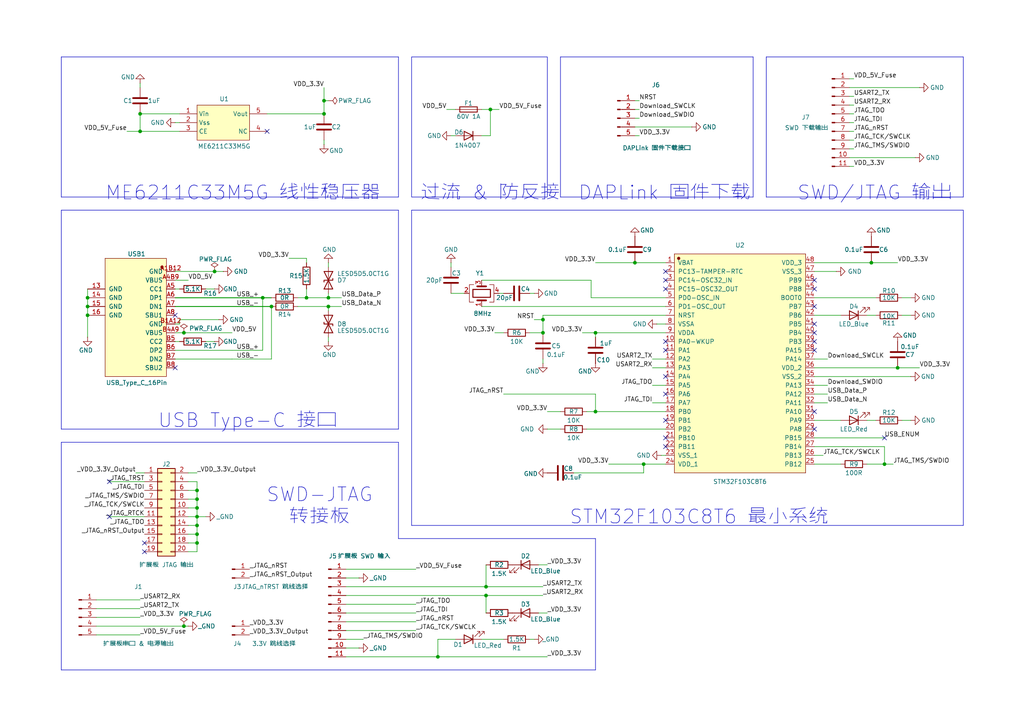
<source format=kicad_sch>
(kicad_sch (version 20231120) (generator "eeschema") (generator_version "8.0")
  (paper "A4")
  (title_block (title "UINIO-DAPLink") (date "2024-10-23") (rev "Version 5.0.0") (company "UinIO.com 电子技术实验室"))
  (lib_symbols
    (symbol "Connector:Conn_01x02_Pin" (pin_names (offset 1.016) hide)
      (property "Reference" "J" (at 0 2.54 0))
      (property "Value" "Conn_01x02_Pin" (at 0 -5.08 0))
      (symbol "Conn_01x02_Pin_1_1"
        (pin passive line (at 5.08 0 180) (length 3.81) (name "Pin_1") (number "1"))
        (pin passive line (at 5.08 -2.54 180) (length 3.81) (name "Pin_2") (number "2"))
      )
    )
    (symbol "Connector:Conn_01x05_Pin" (pin_names (offset 1.016) hide)
      (property "Reference" "J" (at 0 7.62 0))
      (property "Value" "Conn_01x05_Pin" (at 0 -7.62 0))
      (symbol "Conn_01x05_Pin_1_1"
        (pin passive line (at 5.08 5.08 180) (length 3.81) (name "Pin_1") (number "1"))
        (pin passive line (at 5.08 2.54 180) (length 3.81) (name "Pin_2") (number "2"))
        (pin passive line (at 5.08 0 180) (length 3.81) (name "Pin_3") (number "3"))
        (pin passive line (at 5.08 -2.54 180) (length 3.81) (name "Pin_4") (number "4"))
        (pin passive line (at 5.08 -5.08 180) (length 3.81) (name "Pin_5") (number "5"))
      )
    )
    (symbol "Connector:Conn_01x11_Pin" (pin_names (offset 1.016) hide)
      (property "Reference" "J" (at 0 15.24 0))
      (property "Value" "Conn_01x11_Pin" (at 0 -15.24 0))
      (symbol "Conn_01x11_Pin_1_1"
        (pin passive line (at 5.08 12.7 180) (length 3.81) (name "Pin_1") (number "1"))
        (pin passive line (at 5.08 -10.16 180) (length 3.81) (name "Pin_10") (number "10"))
        (pin passive line (at 5.08 -12.7 180) (length 3.81) (name "Pin_11") (number "11"))
        (pin passive line (at 5.08 10.16 180) (length 3.81) (name "Pin_2") (number "2"))
        (pin passive line (at 5.08 7.62 180) (length 3.81) (name "Pin_3") (number "3"))
        (pin passive line (at 5.08 5.08 180) (length 3.81) (name "Pin_4") (number "4"))
        (pin passive line (at 5.08 2.54 180) (length 3.81) (name "Pin_5") (number "5"))
        (pin passive line (at 5.08 0 180) (length 3.81) (name "Pin_6") (number "6"))
        (pin passive line (at 5.08 -2.54 180) (length 3.81) (name "Pin_7") (number "7"))
        (pin passive line (at 5.08 -5.08 180) (length 3.81) (name "Pin_8") (number "8"))
        (pin passive line (at 5.08 -7.62 180) (length 3.81) (name "Pin_9") (number "9"))
      )
    )
    (symbol "Connector_Generic:Conn_02x10_Odd_Even" (pin_names (offset 1.016) hide)
      (property "Reference" "J" (at 1.27 12.7 0))
      (property "Value" "Conn_02x10_Odd_Even" (at 1.27 -15.24 0))
      (symbol "Conn_02x10_Odd_Even_1_1"
        (pin passive line (at -5.08 10.16 0) (length 3.81) (name "Pin_1") (number "1"))
        (pin passive line (at 7.62 0 180) (length 3.81) (name "Pin_10") (number "10"))
        (pin passive line (at -5.08 -2.54 0) (length 3.81) (name "Pin_11") (number "11"))
        (pin passive line (at 7.62 -2.54 180) (length 3.81) (name "Pin_12") (number "12"))
        (pin passive line (at -5.08 -5.08 0) (length 3.81) (name "Pin_13") (number "13"))
        (pin passive line (at 7.62 -5.08 180) (length 3.81) (name "Pin_14") (number "14"))
        (pin passive line (at -5.08 -7.62 0) (length 3.81) (name "Pin_15") (number "15"))
        (pin passive line (at 7.62 -7.62 180) (length 3.81) (name "Pin_16") (number "16"))
        (pin passive line (at -5.08 -10.16 0) (length 3.81) (name "Pin_17") (number "17"))
        (pin passive line (at 7.62 -10.16 180) (length 3.81) (name "Pin_18") (number "18"))
        (pin passive line (at -5.08 -12.7 0) (length 3.81) (name "Pin_19") (number "19"))
        (pin passive line (at 7.62 10.16 180) (length 3.81) (name "Pin_2") (number "2"))
        (pin passive line (at 7.62 -12.7 180) (length 3.81) (name "Pin_20") (number "20"))
        (pin passive line (at -5.08 7.62 0) (length 3.81) (name "Pin_3") (number "3"))
        (pin passive line (at 7.62 7.62 180) (length 3.81) (name "Pin_4") (number "4"))
        (pin passive line (at -5.08 5.08 0) (length 3.81) (name "Pin_5") (number "5"))
        (pin passive line (at 7.62 5.08 180) (length 3.81) (name "Pin_6") (number "6"))
        (pin passive line (at -5.08 2.54 0) (length 3.81) (name "Pin_7") (number "7"))
        (pin passive line (at 7.62 2.54 180) (length 3.81) (name "Pin_8") (number "8"))
        (pin passive line (at -5.08 0 0) (length 3.81) (name "Pin_9") (number "9"))
      )
    )
    (symbol "Device:C" (pin_numbers hide) (pin_names (offset 0.254))
      (property "Reference" "C" (at 0.635 2.54 0))
      (property "Value" "C" (at 0.635 -2.54 0))
      (symbol "C_1_1"
        (pin passive line (at 0 3.81 270) (length 2.794) (name "~") (number "1"))
        (pin passive line (at 0 -3.81 90) (length 2.794) (name "~") (number "2"))
      )
    )
    (symbol "Device:Crystal_GND24" (pin_names (offset 1.016) hide)
      (property "Reference" "Y" (at 3.175 5.08 0))
      (property "Value" "Crystal_GND24" (at 3.175 3.175 0))
      (symbol "Crystal_GND24_1_1"
        (pin passive line (at -3.81 0 0) (length 1.27) (name "1") (number "1"))
        (pin passive line (at 0 5.08 270) (length 1.27) (name "2") (number "2"))
        (pin passive line (at 3.81 0 180) (length 1.27) (name "3") (number "3"))
        (pin passive line (at 0 -5.08 90) (length 1.27) (name "4") (number "4"))
      )
    )
    (symbol "Device:Fuse" (pin_numbers hide) (pin_names (offset 0))
      (property "Reference" "F" (at 2.032 0 90))
      (property "Value" "Fuse" (at -1.905 0 90))
      (symbol "Fuse_1_1"
        (pin passive line (at 0 3.81 270) (length 1.27) (name "~") (number "1"))
        (pin passive line (at 0 -3.81 90) (length 1.27) (name "~") (number "2"))
      )
    )
    (symbol "Device:LED" (pin_numbers hide) (pin_names (offset 1.016) hide)
      (property "Reference" "D" (at 0 2.54 0))
      (property "Value" "LED" (at 0 -2.54 0))
      (symbol "LED_1_1"
        (pin passive line (at -3.81 0 0) (length 2.54) (name "K") (number "1"))
        (pin passive line (at 3.81 0 180) (length 2.54) (name "A") (number "2"))
      )
    )
    (symbol "Device:R" (pin_numbers hide) (pin_names (offset 0))
      (property "Reference" "R" (at 2.032 0 90))
      (property "Value" "R" (at 0 0 90))
      (symbol "R_1_1"
        (pin passive line (at 0 3.81 270) (length 1.27) (name "~") (number "1"))
        (pin passive line (at 0 -3.81 90) (length 1.27) (name "~") (number "2"))
      )
    )
    (symbol "Diode:1N4007" (pin_numbers hide) (pin_names hide)
      (property "Reference" "D" (at 0 2.54 0))
      (property "Value" "1N4007" (at 0 -2.54 0))
      (symbol "1N4007_1_1"
        (pin passive line (at -3.81 0 0) (length 2.54) (name "K") (number "1"))
        (pin passive line (at 3.81 0 180) (length 2.54) (name "A") (number "2"))
      )
    )
    (symbol "Diode:1N630xCA" (pin_numbers hide) (pin_names (offset 1.016) hide)
      (property "Reference" "D" (at 0 2.54 0))
      (property "Value" "1N630xCA" (at 0 -2.54 0))
      (symbol "1N630xCA_1_1"
        (pin passive line (at -3.81 0 0) (length 2.54) (name "A1") (number "1"))
        (pin passive line (at 3.81 0 180) (length 2.54) (name "A2") (number "2"))
      )
    )
    (symbol "Uinio:ME6211"
      (property "Reference" "V1" (at 5.08 2.54 0))
      (property "Value" "ME6211" (at 5.08 -10.16 0))
      (symbol "ME6211_1_0"
        (pin passive line (at 0 0 0) (length 5.08) (name "Vin") (number "1"))
        (pin passive line (at 0 -2.54 0) (length 5.08) (name "Vss") (number "2"))
        (pin passive line (at 0 -5.08 0) (length 5.08) (name "CE") (number "3"))
        (pin passive line (at 25.4 -5.08 180) (length 5.08) (name "NC") (number "4"))
        (pin passive line (at 25.4 0 180) (length 5.08) (name "Vout") (number "5"))
      )
    )
    (symbol "Uinio:STM32F103C8T6" (pin_names (offset 1.016))
      (property "Reference" "U?" (at 0 34.3154 0))
      (property "Value" "STM32F103C8T6" (at 0 -34.29 0))
      (symbol "STM32F103C8T6_1_1"
        (pin input line (at -21.59 29.21 0) (length 2.54) (name "VBAT") (number "1"))
        (pin input line (at -21.59 6.35 0) (length 2.54) (name "PA0-WKUP") (number "10"))
        (pin input line (at -21.59 3.81 0) (length 2.54) (name "PA1") (number "11"))
        (pin input line (at -21.59 1.27 0) (length 2.54) (name "PA2") (number "12"))
        (pin input line (at -21.59 -1.27 0) (length 2.54) (name "PA3") (number "13"))
        (pin input line (at -21.59 -3.81 0) (length 2.54) (name "PA4") (number "14"))
        (pin input line (at -21.59 -6.35 0) (length 2.54) (name "PA5") (number "15"))
        (pin input line (at -21.59 -8.89 0) (length 2.54) (name "PA6") (number "16"))
        (pin input line (at -21.59 -11.43 0) (length 2.54) (name "PA7") (number "17"))
        (pin input line (at -21.59 -13.97 0) (length 2.54) (name "PB0") (number "18"))
        (pin input line (at -21.59 -16.51 0) (length 2.54) (name "PB1") (number "19"))
        (pin input line (at -21.59 26.67 0) (length 2.54) (name "PC13-TAMPER-RTC") (number "2"))
        (pin input line (at -21.59 -19.05 0) (length 2.54) (name "PB2") (number "20"))
        (pin input line (at -21.59 -21.59 0) (length 2.54) (name "PB10") (number "21"))
        (pin input line (at -21.59 -24.13 0) (length 2.54) (name "PB11") (number "22"))
        (pin input line (at -21.59 -26.67 0) (length 2.54) (name "VSS_1") (number "23"))
        (pin input line (at -21.59 -29.21 0) (length 2.54) (name "VDD_1") (number "24"))
        (pin input line (at 21.59 -29.21 180) (length 2.54) (name "PB12") (number "25"))
        (pin input line (at 21.59 -26.67 180) (length 2.54) (name "PB13") (number "26"))
        (pin input line (at 21.59 -24.13 180) (length 2.54) (name "PB14") (number "27"))
        (pin input line (at 21.59 -21.59 180) (length 2.54) (name "PB15") (number "28"))
        (pin input line (at 21.59 -19.05 180) (length 2.54) (name "PA8") (number "29"))
        (pin input line (at -21.59 24.13 0) (length 2.54) (name "PC14-OSC32_IN") (number "3"))
        (pin input line (at 21.59 -16.51 180) (length 2.54) (name "PA9") (number "30"))
        (pin input line (at 21.59 -13.97 180) (length 2.54) (name "PA10") (number "31"))
        (pin input line (at 21.59 -11.43 180) (length 2.54) (name "PA11") (number "32"))
        (pin input line (at 21.59 -8.89 180) (length 2.54) (name "PA12") (number "33"))
        (pin input line (at 21.59 -6.35 180) (length 2.54) (name "PA13") (number "34"))
        (pin input line (at 21.59 -3.81 180) (length 2.54) (name "VSS_2") (number "35"))
        (pin input line (at 21.59 -1.27 180) (length 2.54) (name "VDD_2") (number "36"))
        (pin input line (at 21.59 1.27 180) (length 2.54) (name "PA14") (number "37"))
        (pin input line (at 21.59 3.81 180) (length 2.54) (name "PA15") (number "38"))
        (pin input line (at 21.59 6.35 180) (length 2.54) (name "PB3") (number "39"))
        (pin input line (at -21.59 21.59 0) (length 2.54) (name "PC15-OSC32_OUT") (number "4"))
        (pin input line (at 21.59 8.89 180) (length 2.54) (name "PB4") (number "40"))
        (pin input line (at 21.59 11.43 180) (length 2.54) (name "PB5") (number "41"))
        (pin input line (at 21.59 13.97 180) (length 2.54) (name "PB6") (number "42"))
        (pin input line (at 21.59 16.51 180) (length 2.54) (name "PB7") (number "43"))
        (pin input line (at 21.59 19.05 180) (length 2.54) (name "BOOT0") (number "44"))
        (pin input line (at 21.59 21.59 180) (length 2.54) (name "PB8") (number "45"))
        (pin input line (at 21.59 24.13 180) (length 2.54) (name "PB9") (number "46"))
        (pin input line (at 21.59 26.67 180) (length 2.54) (name "VSS_3") (number "47"))
        (pin input line (at 21.59 29.21 180) (length 2.54) (name "VDD_3") (number "48"))
        (pin input line (at -21.59 19.05 0) (length 2.54) (name "PD0-OSC_IN") (number "5"))
        (pin input line (at -21.59 16.51 0) (length 2.54) (name "PD1-OSC_OUT") (number "6"))
        (pin input line (at -21.59 13.97 0) (length 2.54) (name "NRST") (number "7"))
        (pin input line (at -21.59 11.43 0) (length 2.54) (name "VSSA") (number "8"))
        (pin input line (at -21.59 8.89 0) (length 2.54) (name "VDDA") (number "9"))
      )
    )
    (symbol "Uinio:USB_Type_C_16Pin" (pin_names (offset 1.016))
      (property "Reference" "USB" (at 0 19.05 0))
      (property "Value" "USB_Type_C_16Pin" (at 0 24.13 0))
      (symbol "USB_Type_C_16Pin_1_1"
        (pin input line (at 12.7 7.62 180) (length 5.08) (name "GND") (number "13"))
        (pin input line (at 12.7 5.08 180) (length 5.08) (name "GND") (number "14"))
        (pin input line (at 12.7 2.54 180) (length 5.08) (name "GND") (number "15"))
        (pin input line (at 12.7 0 180) (length 5.08) (name "GND") (number "16"))
        (pin input line (at -12.7 12.7 0) (length 2.54) (name "GND") (number "A1B12"))
        (pin input line (at -12.7 10.16 0) (length 2.54) (name "VBUS") (number "A4B9"))
        (pin input line (at -12.7 7.62 0) (length 2.54) (name "CC1") (number "A5"))
        (pin input line (at -12.7 5.08 0) (length 2.54) (name "DP1") (number "A6"))
        (pin input line (at -12.7 2.54 0) (length 2.54) (name "DN1") (number "A7"))
        (pin input line (at -12.7 0 0) (length 2.54) (name "SBU1") (number "A8"))
        (pin input line (at -12.7 -2.54 0) (length 2.54) (name "GND") (number "B1A12"))
        (pin input line (at -12.7 -5.08 0) (length 2.54) (name "VBUS") (number "B4A9"))
        (pin input line (at -12.7 -7.62 0) (length 2.54) (name "CC2") (number "B5"))
        (pin input line (at -12.7 -10.16 0) (length 2.54) (name "DP2") (number "B6"))
        (pin input line (at -12.7 -12.7 0) (length 2.54) (name "DN2") (number "B7"))
        (pin input line (at -12.7 -15.24 0) (length 2.54) (name "SBU2") (number "B8"))
      )
    )
    (symbol "power:GND" (power) (pin_numbers hide) (pin_names (offset 0) hide)
      (property "Value" "GND" (at 0 -3.81 0))
      (symbol "GND_1_1"
        (pin power_in line (at 0 0 270) (length 0) (name "~") (number "1"))
      )
    )
    (symbol "power:PWR_FLAG" (power) (pin_numbers hide) (pin_names (offset 0) hide)
      (property "Value" "PWR_FLAG" (at 0 3.81 0))
      (symbol "PWR_FLAG_0_0"
        (pin power_out line (at 0 0 90) (length 0) (name "~") (number "1"))
      )
    )
  )
  (junction (at 40.64 33.02))
  (junction (at 25.4 86.36))
  (junction (at 57.15 147.32))
  (junction (at 93.98 33.02))
  (junction (at 40.64 38.1))
  (junction (at 172.72 119.38))
  (junction (at 256.54 134.62))
  (junction (at 25.4 91.44))
  (junction (at 88.9 86.36))
  (junction (at 53.34 96.52))
  (junction (at 93.98 29.21))
  (junction (at 57.15 157.48))
  (junction (at 95.25 86.36))
  (junction (at 252.73 76.2))
  (junction (at 57.15 152.4))
  (junction (at 53.34 181.61))
  (junction (at 186.69 134.62))
  (junction (at 62.23 78.74))
  (junction (at 57.15 144.78))
  (junction (at 184.15 76.2))
  (junction (at 57.15 149.86))
  (junction (at 127 190.5))
  (junction (at 157.48 96.52))
  (junction (at 172.72 96.52))
  (junction (at 78.74 88.9))
  (junction (at 57.15 142.24))
  (junction (at 142.24 31.75))
  (junction (at 260.35 106.68))
  (junction (at 140.97 172.72))
  (junction (at 57.15 154.94))
  (junction (at 157.48 92.71))
  (junction (at 76.2 86.36))
  (junction (at 25.4 88.9))
  (junction (at 140.97 170.18))
  (junction (at 95.25 88.9))
  (no_connect (at 41.91 157.48))
  (no_connect (at 41.91 160.02))
  (no_connect (at 256.54 127))
  (no_connect (at 236.22 88.9))
  (no_connect (at 193.04 127))
  (no_connect (at 193.04 129.54))
  (no_connect (at 193.04 101.6))
  (no_connect (at 193.04 121.92))
  (no_connect (at 236.22 83.82))
  (no_connect (at 236.22 81.28))
  (no_connect (at 236.22 96.52))
  (no_connect (at 236.22 99.06))
  (no_connect (at 50.8 91.44))
  (no_connect (at 50.8 106.68))
  (no_connect (at 193.04 83.82))
  (no_connect (at 193.04 81.28))
  (no_connect (at 193.04 78.74))
  (no_connect (at 193.04 99.06))
  (no_connect (at 236.22 93.98))
  (no_connect (at 31.75 139.7))
  (no_connect (at 31.75 149.86))
  (no_connect (at 193.04 109.22))
  (no_connect (at 193.04 114.3))
  (no_connect (at 236.22 124.46))
  (no_connect (at 236.22 119.38))
  (no_connect (at 77.47 38.1))
  (no_connect (at 236.22 101.6))
  (wire (pts (xy 25.4 83.82) (xy 25.4 86.36)))
  (polyline (pts (xy 172.72 194.31) (xy 17.78 194.31)))
  (wire (pts (xy 57.15 160.02) (xy 54.61 160.02)))
  (polyline (pts (xy 162.56 16.51) (xy 218.44 16.51)))
  (wire (pts (xy 76.2 86.36) (xy 78.74 86.36)) (stroke (width 0.254)))
  (wire (pts (xy 256.54 134.62) (xy 259.08 134.62)))
  (wire (pts (xy 247.65 35.56) (xy 246.38 35.56)))
  (wire (pts (xy 54.61 154.94) (xy 57.15 154.94)))
  (wire (pts (xy 100.33 167.64) (xy 104.14 167.64)))
  (wire (pts (xy 50.8 104.14) (xy 67.31 104.14)) (stroke (width 0.154)))
  (wire (pts (xy 153.67 85.09) (xy 154.94 85.09)))
  (wire (pts (xy 256.54 127) (xy 236.22 127)))
  (wire (pts (xy 31.75 149.86) (xy 41.91 149.86)))
  (wire (pts (xy 189.23 111.76) (xy 193.04 111.76)))
  (wire (pts (xy 27.94 181.61) (xy 53.34 181.61)))
  (wire (pts (xy 140.97 172.72) (xy 157.48 172.72)))
  (wire (pts (xy 247.65 27.94) (xy 246.38 27.94)))
  (wire (pts (xy 246.38 45.72) (xy 265.43 45.72)))
  (wire (pts (xy 88.9 86.36) (xy 95.25 86.36)))
  (wire (pts (xy 236.22 91.44) (xy 243.84 91.44)))
  (wire (pts (xy 176.53 134.62) (xy 186.69 134.62)))
  (wire (pts (xy 100.33 170.18) (xy 140.97 170.18)))
  (wire (pts (xy 57.15 154.94) (xy 57.15 157.48)))
  (wire (pts (xy 127 190.5) (xy 158.75 190.5)))
  (wire (pts (xy 236.22 129.54) (xy 256.54 129.54)))
  (wire (pts (xy 53.34 96.52) (xy 67.31 96.52)))
  (wire (pts (xy 54.61 144.78) (xy 57.15 144.78)))
  (wire (pts (xy 50.8 35.56) (xy 52.07 35.56)))
  (wire (pts (xy 62.23 78.74) (xy 50.8 78.74)))
  (wire (pts (xy 246.38 25.4) (xy 266.7 25.4)))
  (wire (pts (xy 172.72 114.3) (xy 172.72 119.38)))
  (wire (pts (xy 172.72 96.52) (xy 193.04 96.52)))
  (wire (pts (xy 78.74 104.14) (xy 78.74 88.9)))
  (polyline (pts (xy 279.4 16.51) (xy 279.4 57.15)))
  (wire (pts (xy 261.62 91.44) (xy 264.16 91.44)))
  (polyline (pts (xy 218.44 57.15) (xy 162.56 57.15)))
  (polyline (pts (xy 119.38 60.96) (xy 119.38 152.4)))
  (wire (pts (xy 189.23 116.84) (xy 193.04 116.84)))
  (wire (pts (xy 130.81 76.2) (xy 130.81 77.47)))
  (wire (pts (xy 191.77 132.08) (xy 193.04 132.08)))
  (wire (pts (xy 146.05 114.3) (xy 172.72 114.3)))
  (wire (pts (xy 76.2 101.6) (xy 76.2 86.36)))
  (wire (pts (xy 236.22 76.2) (xy 252.73 76.2)))
  (wire (pts (xy 100.33 190.5) (xy 127 190.5)))
  (wire (pts (xy 129.54 31.75) (xy 132.08 31.75)))
  (wire (pts (xy 127 185.42) (xy 127 190.5)))
  (wire (pts (xy 256.54 129.54) (xy 256.54 134.62)))
  (wire (pts (xy 170.18 119.38) (xy 172.72 119.38)))
  (wire (pts (xy 31.75 139.7) (xy 41.91 139.7)))
  (wire (pts (xy 247.65 48.26) (xy 246.38 48.26)))
  (wire (pts (xy 88.9 83.82) (xy 88.9 86.36)))
  (wire (pts (xy 77.47 33.02) (xy 93.98 33.02)))
  (wire (pts (xy 41.91 137.16) (xy 39.37 137.16)))
  (wire (pts (xy 100.33 180.34) (xy 120.65 180.34)))
  (wire (pts (xy 157.48 92.71) (xy 157.48 96.52)))
  (wire (pts (xy 166.37 137.16) (xy 186.69 137.16)))
  (wire (pts (xy 140.97 163.83) (xy 140.97 170.18)))
  (wire (pts (xy 62.23 83.82) (xy 59.69 83.82)))
  (polyline (pts (xy 218.44 16.51) (xy 218.44 57.15)))
  (wire (pts (xy 170.18 124.46) (xy 193.04 124.46)))
  (wire (pts (xy 242.57 78.74) (xy 236.22 78.74)))
  (wire (pts (xy 62.23 99.06) (xy 59.69 99.06)))
  (wire (pts (xy 57.15 147.32) (xy 57.15 144.78)))
  (wire (pts (xy 54.61 157.48) (xy 57.15 157.48)))
  (wire (pts (xy 251.46 91.44) (xy 254 91.44)))
  (polyline (pts (xy 17.78 60.96) (xy 17.78 124.46)))
  (wire (pts (xy 140.97 172.72) (xy 100.33 172.72)))
  (wire (pts (xy 185.42 29.21) (xy 184.15 29.21)))
  (wire (pts (xy 86.36 88.9) (xy 95.25 88.9)))
  (wire (pts (xy 40.64 33.02) (xy 52.07 33.02)))
  (polyline (pts (xy 17.78 16.51) (xy 115.57 16.51)))
  (wire (pts (xy 184.15 36.83) (xy 200.66 36.83)))
  (wire (pts (xy 27.94 184.15) (xy 40.64 184.15)))
  (wire (pts (xy 168.91 96.52) (xy 172.72 96.52)))
  (wire (pts (xy 25.4 88.9) (xy 25.4 91.44)))
  (wire (pts (xy 54.61 142.24) (xy 57.15 142.24)))
  (wire (pts (xy 247.65 40.64) (xy 246.38 40.64)))
  (wire (pts (xy 100.33 177.8) (xy 120.65 177.8)))
  (wire (pts (xy 25.4 97.79) (xy 25.4 91.44)))
  (wire (pts (xy 93.98 40.64) (xy 93.98 41.91)))
  (wire (pts (xy 186.69 137.16) (xy 186.69 134.62)))
  (wire (pts (xy 264.16 109.22) (xy 236.22 109.22)))
  (wire (pts (xy 261.62 86.36) (xy 264.16 86.36)))
  (wire (pts (xy 158.75 177.8) (xy 156.21 177.8)))
  (wire (pts (xy 236.22 104.14) (xy 240.03 104.14)))
  (wire (pts (xy 252.73 76.2) (xy 260.35 76.2)))
  (wire (pts (xy 247.65 30.48) (xy 246.38 30.48)))
  (wire (pts (xy 57.15 142.24) (xy 57.15 139.7)))
  (polyline (pts (xy 115.57 156.21) (xy 172.72 156.21)))
  (wire (pts (xy 52.07 92.71) (xy 63.5 92.71)))
  (wire (pts (xy 139.7 39.37) (xy 142.24 39.37)))
  (wire (pts (xy 100.33 165.1) (xy 120.65 165.1)))
  (wire (pts (xy 50.8 86.36) (xy 76.2 86.36)) (stroke (width 0.254)))
  (wire (pts (xy 247.65 33.02) (xy 246.38 33.02)))
  (wire (pts (xy 139.7 88.9) (xy 193.04 88.9)))
  (wire (pts (xy 50.8 99.06) (xy 52.07 99.06)))
  (wire (pts (xy 246.38 38.1) (xy 247.65 38.1)))
  (wire (pts (xy 27.94 179.07) (xy 40.64 179.07)))
  (wire (pts (xy 139.7 185.42) (xy 146.05 185.42)))
  (polyline (pts (xy 17.78 128.27) (xy 115.57 128.27)))
  (wire (pts (xy 186.69 134.62) (xy 193.04 134.62)))
  (wire (pts (xy 156.21 163.83) (xy 158.75 163.83)))
  (wire (pts (xy 157.48 91.44) (xy 157.48 92.71)))
  (wire (pts (xy 154.94 92.71) (xy 157.48 92.71)))
  (wire (pts (xy 53.34 96.52) (xy 50.8 96.52)))
  (wire (pts (xy 120.65 182.88) (xy 100.33 182.88)))
  (wire (pts (xy 54.61 81.28) (xy 50.8 81.28)))
  (wire (pts (xy 185.42 39.37) (xy 184.15 39.37)))
  (wire (pts (xy 54.61 147.32) (xy 57.15 147.32)))
  (wire (pts (xy 143.51 96.52) (xy 146.05 96.52)))
  (polyline (pts (xy 17.78 16.51) (xy 17.78 57.15)))
  (wire (pts (xy 185.42 34.29) (xy 184.15 34.29)))
  (wire (pts (xy 157.48 170.18) (xy 140.97 170.18)))
  (wire (pts (xy 57.15 144.78) (xy 57.15 142.24)))
  (wire (pts (xy 95.25 76.2) (xy 95.25 77.47)))
  (wire (pts (xy 62.23 78.74) (xy 64.77 78.74)))
  (wire (pts (xy 50.8 93.98) (xy 52.07 93.98)))
  (wire (pts (xy 157.48 91.44) (xy 193.04 91.44)))
  (wire (pts (xy 254 86.36) (xy 236.22 86.36)))
  (wire (pts (xy 59.69 149.86) (xy 57.15 149.86)))
  (wire (pts (xy 95.25 88.9) (xy 99.06 88.9)))
  (wire (pts (xy 86.36 86.36) (xy 88.9 86.36)))
  (wire (pts (xy 95.25 86.36) (xy 99.06 86.36)))
  (polyline (pts (xy 279.4 60.96) (xy 279.4 152.4)))
  (wire (pts (xy 142.24 39.37) (xy 142.24 31.75)))
  (wire (pts (xy 67.31 101.6) (xy 76.2 101.6)))
  (wire (pts (xy 260.35 106.68) (xy 266.7 106.68)))
  (wire (pts (xy 144.78 31.75) (xy 142.24 31.75)))
  (wire (pts (xy 142.24 31.75) (xy 139.7 31.75)))
  (wire (pts (xy 40.64 38.1) (xy 52.07 38.1)))
  (polyline (pts (xy 162.56 16.51) (xy 162.56 57.15)))
  (wire (pts (xy 95.25 90.17) (xy 95.25 88.9)))
  (wire (pts (xy 146.05 85.09) (xy 144.78 85.09)))
  (wire (pts (xy 190.5 93.98) (xy 193.04 93.98)))
  (wire (pts (xy 105.41 185.42) (xy 100.33 185.42)))
  (wire (pts (xy 50.8 101.6) (xy 67.31 101.6)) (stroke (width 0.154)))
  (wire (pts (xy 236.22 132.08) (xy 238.76 132.08)))
  (wire (pts (xy 153.67 185.42) (xy 154.94 185.42)))
  (wire (pts (xy 171.45 81.28) (xy 171.45 86.36)))
  (wire (pts (xy 251.46 134.62) (xy 256.54 134.62)))
  (polyline (pts (xy 279.4 57.15) (xy 222.25 57.15)))
  (wire (pts (xy 50.8 83.82) (xy 52.07 83.82)))
  (wire (pts (xy 246.38 22.86) (xy 247.65 22.86)))
  (wire (pts (xy 67.31 104.14) (xy 78.74 104.14)))
  (polyline (pts (xy 17.78 128.27) (xy 17.78 194.31)))
  (wire (pts (xy 93.98 29.21) (xy 93.98 33.02)))
  (polyline (pts (xy 115.57 57.15) (xy 17.78 57.15)))
  (wire (pts (xy 261.62 121.92) (xy 264.16 121.92)))
  (wire (pts (xy 247.65 43.18) (xy 246.38 43.18)))
  (polyline (pts (xy 115.57 128.27) (xy 115.57 156.21)))
  (wire (pts (xy 132.08 39.37) (xy 130.81 39.37)))
  (wire (pts (xy 25.4 86.36) (xy 25.4 88.9)))
  (wire (pts (xy 88.9 74.93) (xy 83.82 74.93)))
  (wire (pts (xy 236.22 106.68) (xy 260.35 106.68)))
  (wire (pts (xy 40.64 33.02) (xy 40.64 38.1)))
  (polyline (pts (xy 279.4 152.4) (xy 119.38 152.4)))
  (wire (pts (xy 139.7 81.28) (xy 171.45 81.28)))
  (wire (pts (xy 36.83 38.1) (xy 40.64 38.1)))
  (polyline (pts (xy 115.57 16.51) (xy 115.57 57.15)))
  (wire (pts (xy 100.33 175.26) (xy 120.65 175.26)))
  (wire (pts (xy 54.61 152.4) (xy 57.15 152.4)))
  (wire (pts (xy 193.04 86.36) (xy 171.45 86.36)))
  (polyline (pts (xy 115.57 124.46) (xy 17.78 124.46)))
  (wire (pts (xy 93.98 29.21) (xy 95.25 29.21)))
  (wire (pts (xy 93.98 25.4) (xy 93.98 29.21)))
  (wire (pts (xy 184.15 76.2) (xy 193.04 76.2)))
  (wire (pts (xy 57.15 137.16) (xy 54.61 137.16)))
  (wire (pts (xy 95.25 85.09) (xy 95.25 86.36)))
  (wire (pts (xy 172.72 96.52) (xy 172.72 97.79)))
  (wire (pts (xy 157.48 105.41) (xy 157.48 104.14)))
  (wire (pts (xy 88.9 76.2) (xy 88.9 74.93)))
  (wire (pts (xy 54.61 149.86) (xy 57.15 149.86)))
  (wire (pts (xy 57.15 157.48) (xy 57.15 160.02)))
  (polyline (pts (xy 222.25 16.51) (xy 222.25 57.15)))
  (wire (pts (xy 236.22 114.3) (xy 240.03 114.3)))
  (polyline (pts (xy 172.72 156.21) (xy 172.72 194.31)))
  (wire (pts (xy 130.81 85.09) (xy 134.62 85.09)))
  (wire (pts (xy 52.07 93.98) (xy 52.07 92.71)))
  (wire (pts (xy 172.72 119.38) (xy 193.04 119.38)))
  (wire (pts (xy 54.61 139.7) (xy 57.15 139.7)))
  (polyline (pts (xy 115.57 60.96) (xy 115.57 124.46)))
  (wire (pts (xy 158.75 119.38) (xy 162.56 119.38)))
  (wire (pts (xy 236.22 116.84) (xy 240.03 116.84)))
  (wire (pts (xy 95.25 99.06) (xy 95.25 97.79)))
  (wire (pts (xy 236.22 134.62) (xy 243.84 134.62)))
  (wire (pts (xy 189.23 106.68) (xy 193.04 106.68)))
  (wire (pts (xy 236.22 121.92) (xy 243.84 121.92)))
  (wire (pts (xy 27.94 176.53) (xy 40.64 176.53)))
  (wire (pts (xy 153.67 96.52) (xy 157.48 96.52)))
  (wire (pts (xy 251.46 121.92) (xy 254 121.92)))
  (polyline (pts (xy 222.25 16.51) (xy 279.4 16.51)))
  (wire (pts (xy 189.23 104.14) (xy 193.04 104.14)))
  (wire (pts (xy 50.8 88.9) (xy 78.74 88.9)) (stroke (width 0.254)))
  (wire (pts (xy 140.97 172.72) (xy 140.97 177.8)))
  (wire (pts (xy 172.72 76.2) (xy 184.15 76.2)))
  (wire (pts (xy 132.08 185.42) (xy 127 185.42)))
  (wire (pts (xy 185.42 31.75) (xy 184.15 31.75)))
  (wire (pts (xy 40.64 25.4) (xy 40.64 24.13)))
  (polyline (pts (xy 119.38 60.96) (xy 279.4 60.96)))
  (wire (pts (xy 158.75 124.46) (xy 162.56 124.46)))
  (wire (pts (xy 57.15 147.32) (xy 57.15 149.86)))
  (wire (pts (xy 57.15 149.86) (xy 57.15 152.4)))
  (wire (pts (xy 100.33 187.96) (xy 104.14 187.96)))
  (wire (pts (xy 236.22 111.76) (xy 240.03 111.76)))
  (wire (pts (xy 27.94 173.99) (xy 40.64 173.99)))
  (wire (pts (xy 53.34 181.61) (xy 54.61 181.61)))
  (polyline (pts (xy 17.78 60.96) (xy 115.57 60.96)))
  (wire (pts (xy 57.15 152.4) (xy 57.15 154.94)))
  (rectangle (start 119.38 16.51) (end 158.75 57.15))
  (text "SWD/JTAG 输出" (at 231.14 58.42 0) (effects (font (size 4 4)) (justify left bottom)))
  (text "SWD-JTAG\n转接板" (at 92.71 152.4 0) (effects (font (size 4 4)) (justify bottom)))
  (text "STM32F103C8T6 最小系统" (at 165.1 152.4 0) (effects (font (size 4 4)) (justify left bottom)))
  (text "DAPLink 固件下载" (at 167.64 58.42 0) (effects (font (size 4 4)) (justify left bottom)))
  (text "过流 & 防反接" (at 121.92 58.42 0) (effects (font (size 4 4)) (justify left bottom)))
  (text "USB Type-C 接口" (at 45.72 124.46 0) (effects (font (size 4 4)) (justify left bottom)))
  (text "ME6211C33M5G 线性稳压器\n" (at 30.48 58.42 0) (effects (font (size 4 4)) (justify left bottom)))
  (label "_VDD_5V_Fuse" (at 120.65 165.1 0))
  (label "USB_Data_N" (at 99.06 88.9 0))
  (label "_JTAG_RTCK" (at 41.91 149.86 180))
  (label "VDD_5V" (at 54.61 81.28 0))
  (label "_USART2_TX" (at 157.48 170.18 0))
  (label "_VDD_3.3V" (at 72.39 181.61 0))
  (label "JTAG_TDI" (at 189.23 116.84 180))
  (label "_JTAG_TMS{slash}SWDIO" (at 41.91 144.78 180))
  (label "USART2_RX" (at 189.23 106.68 180))
  (label "JTAG_nRST" (at 146.05 114.3 180))
  (label "_JTAG_TDI" (at 41.91 142.24 180))
  (label "NRST" (at 154.94 92.71 180))
  (label "_VDD_3.3V" (at 40.64 179.07 0))
  (label "_JTAG_nRST" (at 120.65 180.34 0))
  (label "_JTAG_TCK{slash}SWCLK" (at 41.91 147.32 180))
  (label "_JTAG_TRST" (at 41.91 139.7 180))
  (label "_VDD_5V_Fuse" (at 40.64 184.15 0))
  (label "VDD_3.3V" (at 185.42 39.37 0))
  (label "_JTAG_nRST_Output" (at 41.91 154.94 180))
  (label "VDD_3.3V" (at 168.91 96.52 180))
  (label "VDD_3.3V" (at 260.35 76.2 0))
  (label "VDD_3.3V" (at 93.98 25.4 180))
  (label "_VDD_3.3V_Output" (at 72.39 184.15 0))
  (label "USB_-" (at 68.58 88.9 0))
  (label "USB_Data_N" (at 240.03 116.84 0))
  (label "Download_SWDIO" (at 240.03 111.76 0))
  (label "USB_+" (at 68.58 101.6 0))
  (label "JTAG_TCK{slash}SWCLK" (at 247.65 40.64 0))
  (label "_USART2_RX" (at 40.64 173.99 0))
  (label "JTAG_nRST" (at 247.65 38.1 0))
  (label "VDD_3.3V" (at 176.53 134.62 180))
  (label "_USART2_RX" (at 157.48 172.72 0))
  (label "USART2_TX" (at 189.23 104.14 180))
  (label "JTAG_TMS{slash}SWDIO" (at 259.08 134.62 0))
  (label "VDD_5V_Fuse" (at 36.83 38.1 180))
  (label "_JTAG_nRST" (at 72.39 165.1 0))
  (label "_VDD_3.3V" (at 158.75 190.5 0))
  (label "VDD_5V_Fuse" (at 247.65 22.86 0))
  (label "Download_SWCLK" (at 185.42 31.75 0))
  (label "_JTAG_TCK{slash}SWCLK" (at 120.65 182.88 0))
  (label "VDD_3.3V" (at 143.51 96.52 180))
  (label "VDD_3.3V" (at 158.75 119.38 180))
  (label "VDD_5V" (at 129.54 31.75 180))
  (label "_VDD_3.3V_Output" (at 57.15 137.16 0))
  (label "VDD_5V_Fuse" (at 144.78 31.75 0))
  (label "_JTAG_TDO" (at 41.91 152.4 180))
  (label "NRST" (at 185.42 29.21 0))
  (label "USB_Data_P" (at 99.06 86.36 0))
  (label "_VDD_3.3V" (at 158.75 163.83 0))
  (label "JTAG_TDO" (at 189.23 111.76 180))
  (label "USART2_RX" (at 247.65 30.48 0))
  (label "_JTAG_nRST_Output" (at 72.39 167.64 0))
  (label "_VDD_3.3V" (at 158.75 177.8 0))
  (label "_JTAG_TDO" (at 120.65 175.26 0))
  (label "JTAG_TMS{slash}SWDIO" (at 247.65 43.18 0))
  (label "_JTAG_TDI" (at 120.65 177.8 0))
  (label "VDD_3.3V" (at 266.7 106.68 0))
  (label "Download_SWCLK" (at 240.03 104.14 0))
  (label "VDD_3.3V" (at 83.82 74.93 180))
  (label "VDD_5V" (at 67.31 96.52 0))
  (label "JTAG_TDO" (at 247.65 33.02 0))
  (label "USART2_TX" (at 247.65 27.94 0))
  (label "USB_-" (at 68.58 104.14 0))
  (label "JTAG_TDI" (at 247.65 35.56 0))
  (label "_JTAG_TMS{slash}SWDIO" (at 105.41 185.42 0))
  (label "JTAG_TCK{slash}SWCLK" (at 238.76 132.08 0))
  (label "VDD_3.3V" (at 247.65 48.26 0))
  (label "USB_+" (at 68.58 86.36 0))
  (label "USB_Data_P" (at 240.03 114.3 0))
  (label "_USART2_TX" (at 40.64 176.53 0))
  (label "Download_SWDIO" (at 185.42 34.29 0))
  (label "_VDD_3.3V_Output" (at 39.37 137.16 180))
  (label "USB_ENUM" (at 256.54 127 0))
  (label "VDD_3.3V" (at 172.72 76.2 180))
  (symbol (lib_id "Device:C") (at 93.98 36.83 0) (unit 1)
    (property "Reference" "C2" (at 97.536 36.83 0))
    (property "Value" "1uF" (at 89.916 36.83 0))
    (property "Footprint" "Capacitor_SMD:C_0603_1608Metric" (effects (hide yes)))
  )
  (symbol (lib_id "power:GND") (at 104.14 167.64 90) (mirror x) (unit 1)
    (property "Reference" "#PWR032" (effects (hide yes)))
    (property "Value" "_GND" (at 107.188 167.64 90) (effects (justify right)))
    (property "Description" "Power symbol creates a global label with name \"GND\" , ground" (effects (hide yes)))
  )
  (symbol (lib_id "Connector:Conn_01x11_Pin") (at 241.3 35.56 0) (unit 1)
    (property "Reference" "J7" (at 233.68 34.036 0))
    (property "Value" "SWD 下载输出" (at 233.934 37.084 0))
    (property "Footprint" "Connector_PinSocket_2.54mm:PinSocket_1x11_P2.54mm_Vertical" (effects (hide yes)))
    (property "Description" "Generic connector, single row, 01x11, script generated" (effects (hide yes)))
  )
  (symbol (lib_id "Device:R") (at 149.86 185.42 270) (mirror x) (unit 1)
    (property "Reference" "R1" (at 149.86 187.96 90))
    (property "Value" "1.5K" (at 149.86 185.42 90))
    (property "Footprint" "Resistor_SMD:R_0402_1005Metric" (effects (hide yes)))
  )
  (symbol (lib_id "power:GND") (at 130.81 76.2 180) (unit 1)
    (property "Reference" "#PWR010" (effects (hide yes)))
    (property "Value" "GND" (at 128.778 72.39 0) (effects (justify right)))
    (property "Description" "Power symbol creates a global label with name \"GND\" , ground" (effects (hide yes)))
  )
  (symbol (lib_id "power:GND") (at 130.81 39.37 270) (unit 1)
    (property "Reference" "#PWR030" (effects (hide yes)))
    (property "Value" "GND" (at 128.016 39.37 90) (effects (justify right)))
    (property "Description" "Power symbol creates a global label with name \"GND\" , ground" (effects (hide yes)))
  )
  (symbol (lib_id "Connector:Conn_01x05_Pin") (at 179.07 34.29 0) (unit 1)
    (property "Reference" "J6" (at 190.246 24.638 0))
    (property "Value" "DAPLink 固件下载接口" (at 190.5 42.926 0))
    (property "Footprint" "Connector_PinHeader_2.54mm:PinHeader_1x05_P2.54mm_Vertical" (effects (hide yes)))
    (property "Description" "Generic connector, single row, 01x05, script generated" (effects (hide yes)))
  )
  (symbol (lib_id "Device:C") (at 162.56 137.16 270) (unit 1)
    (property "Reference" "C8" (at 164.846 135.89 90))
    (property "Value" "0.1uF" (at 166.116 138.43 90))
    (property "Footprint" "Capacitor_SMD:C_0402_1005Metric" (effects (hide yes)))
  )
  (symbol (lib_id "power:GND") (at 264.16 86.36 90) (unit 1)
    (property "Reference" "#PWR021" (effects (hide yes)))
    (property "Value" "GND" (at 267.208 86.36 90) (effects (justify right)))
    (property "Description" "Power symbol creates a global label with name \"GND\" , ground" (effects (hide yes)))
  )
  (symbol (lib_id "Device:R") (at 88.9 80.01 0) (mirror y) (unit 1)
    (property "Reference" "R15" (at 85.852 80.01 0))
    (property "Value" "1.5K" (at 88.9 80.01 90))
    (property "Footprint" "Resistor_SMD:R_0402_1005Metric" (effects (hide yes)))
  )
  (symbol (lib_id "Device:C") (at 260.35 102.87 180) (unit 1)
    (property "Reference" "C7" (at 263.906 102.87 0))
    (property "Value" "0.1uF" (at 263.906 100.584 0))
    (property "Footprint" "Capacitor_SMD:C_0402_1005Metric" (effects (hide yes)))
  )
  (symbol (lib_id "power:GND") (at 62.23 99.06 90) (mirror x) (unit 1)
    (property "Reference" "#PWR024" (effects (hide yes)))
    (property "Value" "GND" (at 64.77 99.06 90) (effects (justify right)))
    (property "Description" "Power symbol creates a global label with name \"GND\" , ground" (effects (hide yes)))
  )
  (symbol (lib_id "Device:R") (at 55.88 99.06 270) (unit 1)
    (property "Reference" "R17" (at 60.96 100.33 90))
    (property "Value" "5.1K" (at 55.88 99.06 90))
    (property "Footprint" "Resistor_SMD:R_0603_1608Metric" (effects (hide yes)))
  )
  (symbol (lib_id "Device:R") (at 257.81 91.44 90) (unit 1)
    (property "Reference" "R11" (at 257.81 93.726 90))
    (property "Value" "10K" (at 257.81 91.694 90))
    (property "Footprint" "Resistor_SMD:R_0603_1608Metric" (effects (hide yes)))
  )
  (symbol (lib_id "Device:C") (at 172.72 101.6 0) (unit 1)
    (property "Reference" "C10" (at 175.006 104.394 0))
    (property "Value" "1uF" (at 175.768 99.568 0))
    (property "Footprint" "Capacitor_SMD:C_0402_1005Metric" (effects (hide yes)))
  )
  (symbol (lib_id "power:GND") (at 50.8 35.56 270) (unit 1)
    (property "Reference" "#PWR01" (effects (hide yes)))
    (property "Value" "GND" (at 47.752 35.56 90) (effects (justify right)))
    (property "Description" "Power symbol creates a global label with name \"GND\" , ground" (effects (hide yes)))
  )
  (symbol (lib_id "Diode:1N4007") (at 135.89 39.37 0) (mirror y) (unit 1)
    (property "Reference" "D6" (at 133.096 38.354 0))
    (property "Value" "1N4007" (at 135.636 42.164 0))
    (property "Footprint" "Diode_SMD:D_SMA" (effects (hide yes)))
    (property "Datasheet" "http://www.vishay.com/docs/88503/1n4001.pdf" (effects (hide yes)))
    (property "Description" "1000V 1A General Purpose Rectifier Diode, DO-41" (effects (hide yes)))
    (property "Sim.Device" "D" (effects (hide yes)))
    (property "Sim.Pins" "1=K 2=A" (effects (hide yes)))
  )
  (symbol (lib_id "power:GND") (at 266.7 25.4 90) (mirror x) (unit 1)
    (property "Reference" "#PWR031" (effects (hide yes)))
    (property "Value" "GND" (at 269.748 25.4 90) (effects (justify right)))
    (property "Description" "Power symbol creates a global label with name \"GND\" , ground" (effects (hide yes)))
  )
  (symbol (lib_id "Device:LED") (at 247.65 121.92 180) (unit 1)
    (property "Reference" "D5" (at 247.65 119.38 0))
    (property "Value" "LED_Red" (at 247.65 124.46 0))
    (property "Footprint" "LED_SMD:LED_0603_1608Metric" (effects (hide yes)))
  )
  (symbol (lib_id "power:PWR_FLAG") (at 53.34 181.61 0) (unit 1)
    (property "Reference" "#FLG04" (effects (hide yes)))
    (property "Value" "PWR_FLAG" (at 56.642 178.054 0))
    (property "Description" "Special symbol for telling ERC where power comes from" (effects (hide yes)))
  )
  (symbol (lib_id "Device:Crystal_GND24") (at 139.7 85.09 90) (unit 1)
    (property "Reference" "Y1" (at 139.192 79.248 90))
    (property "Value" "8MHz" (at 139.954 90.932 90))
    (property "Footprint" "Crystal:Crystal_SMD_3225-4Pin_3.2x2.5mm" (effects (hide yes)))
  )
  (symbol (lib_id "power:GND") (at 95.25 76.2 180) (unit 1)
    (property "Reference" "#PWR034" (effects (hide yes)))
    (property "Value" "GND" (at 93.472 72.39 0) (effects (justify right)))
    (property "Description" "Power symbol creates a global label with name \"GND\" , ground" (effects (hide yes)))
  )
  (symbol (lib_id "Connector:Conn_01x02_Pin") (at 67.31 165.1 0) (unit 1)
    (property "Reference" "J3" (at 68.834 170.18 0))
    (property "Value" "JTAG_nTRST 跳线选择" (at 79.756 170.18 0))
    (property "Footprint" "Connector_PinHeader_2.54mm:PinHeader_1x02_P2.54mm_Vertical" (effects (hide yes)))
  )
  (symbol (lib_id "Uinio:ME6211") (at 52.07 33.02 0) (unit 1)
    (property "Reference" "U1" (at 65.024 28.702 0))
    (property "Value" "ME6211C33M5G" (at 65.024 42.418 0))
    (property "Footprint" "Uinio:SOT-23-5_L3.0-W1.7-P0.95-LS2.8-BR" (effects (hide yes)))
    (property "BOM名称" "低功耗LDO" (effects (hide yes)))
  )
  (symbol (lib_id "Device:LED") (at 247.65 91.44 180) (unit 1)
    (property "Reference" "D4" (at 247.65 88.9 0))
    (property "Value" "LED_Blue" (at 247.65 93.98 0))
    (property "Footprint" "LED_SMD:LED_0603_1608Metric" (effects (hide yes)))
  )
  (symbol (lib_id "Device:C") (at 157.48 100.33 0) (unit 1)
    (property "Reference" "C5" (at 161.29 100.33 0))
    (property "Value" "0.1uF" (at 161.29 102.87 0))
    (property "Footprint" "Capacitor_SMD:C_0402_1005Metric" (effects (hide yes)))
  )
  (symbol (lib_id "power:GND") (at 104.14 187.96 90) (mirror x) (unit 1)
    (property "Reference" "#PWR027" (effects (hide yes)))
    (property "Value" "_GND" (at 107.188 187.96 90) (effects (justify right)))
    (property "Description" "Power symbol creates a global label with name \"GND\" , ground" (effects (hide yes)))
  )
  (symbol (lib_id "Device:R") (at 166.37 119.38 270) (unit 1)
    (property "Reference" "R7" (at 166.37 119.38 90))
    (property "Value" "10K" (at 166.37 121.92 90))
    (property "Footprint" "Resistor_SMD:R_0402_1005Metric" (effects (hide yes)))
  )
  (symbol (lib_id "Diode:1N630xCA") (at 95.25 93.98 90) (unit 1)
    (property "Reference" "D8" (at 97.79 93.98 90) (effects (justify right)))
    (property "Value" "LESD5D5.0CT1G" (at 97.79 95.8849 90) (effects (justify right)))
    (property "Footprint" "Diode_SMD:D_SOD-523" (effects (hide yes)))
    (property "Datasheet" "https://www.vishay.com/docs/88301/15ke.pdf" (effects (hide yes)))
    (property "Description" "1500W bidirectional TRANSZORB® Transient Voltage Suppressor, DO-201AE" (effects (hide yes)))
  )
  (symbol (lib_id "Device:R") (at 149.86 96.52 270) (unit 1)
    (property "Reference" "R6" (at 149.86 96.52 90))
    (property "Value" "10K" (at 149.86 99.06 90))
    (property "Footprint" "Resistor_SMD:R_0402_1005Metric" (effects (hide yes)))
  )
  (symbol (lib_id "Device:C") (at 130.81 81.28 0) (unit 1)
    (property "Reference" "C3" (at 132.334 79.248 0))
    (property "Value" "20pF" (at 125.984 81.28 0))
    (property "Footprint" "Capacitor_SMD:C_0402_1005Metric" (effects (hide yes)))
  )
  (symbol (lib_id "power:GND") (at 59.69 149.86 90) (unit 1)
    (property "Reference" "#PWR05" (effects (hide yes)))
    (property "Value" "_GND" (at 62.738 149.86 90) (effects (justify right)))
    (property "Description" "Power symbol creates a global label with name \"GND\" , ground" (effects (hide yes)))
  )
  (symbol (lib_id "Device:R") (at 247.65 134.62 270) (unit 1)
    (property "Reference" "R9" (at 247.65 134.62 90))
    (property "Value" "100R" (at 247.65 137.16 90))
    (property "Footprint" "Resistor_SMD:R_0402_1005Metric" (effects (hide yes)))
  )
  (symbol (lib_id "power:GND") (at 252.73 68.58 180) (unit 1)
    (property "Reference" "#PWR025" (effects (hide yes)))
    (property "Value" "GND" (at 258.318 66.802 0) (effects (justify left)))
    (property "Description" "Power symbol creates a global label with name \"GND\" , ground" (effects (hide yes)))
  )
  (symbol (lib_id "power:PWR_FLAG") (at 53.34 96.52 0) (mirror y) (unit 1)
    (property "Reference" "#FLG02" (effects (hide yes)))
    (property "Value" "PWR_FLAG" (at 59.69 95.25 0))
    (property "Description" "Special symbol for telling ERC where power comes from" (effects (hide yes)))
  )
  (symbol (lib_id "power:GND") (at 157.48 105.41 0) (unit 1)
    (property "Reference" "#PWR015" (effects (hide yes)))
    (property "Value" "GND" (at 152.4 107.696 0) (effects (justify left)))
    (property "Description" "Power symbol creates a global label with name \"GND\" , ground" (effects (hide yes)))
  )
  (symbol (lib_id "power:PWR_FLAG") (at 62.23 78.74 0) (mirror y) (unit 1)
    (property "Reference" "#FLG01" (effects (hide yes)))
    (property "Value" "PWR_FLAG" (at 62.484 75.184 0))
    (property "Description" "Special symbol for telling ERC where power comes from" (effects (hide yes)))
  )
  (symbol (lib_id "Device:R") (at 257.81 121.92 90) (unit 1)
    (property "Reference" "R12" (at 257.81 119.634 90))
    (property "Value" "10K" (at 257.81 121.92 90))
    (property "Footprint" "Resistor_SMD:R_0603_1608Metric" (effects (hide yes)))
  )
  (symbol (lib_id "Device:C") (at 149.86 85.09 270) (unit 1)
    (property "Reference" "C4" (at 152.4 83.82 90))
    (property "Value" "20pF" (at 146.304 86.36 90))
    (property "Footprint" "Capacitor_SMD:C_0402_1005Metric" (effects (hide yes)))
  )
  (symbol (lib_id "power:GND") (at 158.75 137.16 270) (unit 1)
    (property "Reference" "#PWR014" (effects (hide yes)))
    (property "Value" "GND" (at 151.892 137.414 90) (effects (justify left)))
    (property "Description" "Power symbol creates a global label with name \"GND\" , ground" (effects (hide yes)))
  )
  (symbol (lib_id "Diode:1N630xCA") (at 95.25 81.28 90) (mirror x) (unit 1)
    (property "Reference" "D7" (at 97.79 81.28 90) (effects (justify right)))
    (property "Value" "LESD5D5.0CT1G" (at 97.79 79.3751 90) (effects (justify right)))
    (property "Footprint" "Diode_SMD:D_SOD-523" (effects (hide yes)))
    (property "Datasheet" "https://www.vishay.com/docs/88301/15ke.pdf" (effects (hide yes)))
    (property "Description" "1500W bidirectional TRANSZORB® Transient Voltage Suppressor, DO-201AE" (effects (hide yes)))
  )
  (symbol (lib_id "Device:R") (at 55.88 83.82 270) (unit 1)
    (property "Reference" "R16" (at 60.96 85.09 90))
    (property "Value" "5.1K" (at 55.88 83.82 90))
    (property "Footprint" "Resistor_SMD:R_0603_1608Metric" (effects (hide yes)))
  )
  (symbol (lib_id "Uinio:STM32F103C8T6") (at 214.63 105.41 0) (unit 1)
    (property "Reference" "U2" (at 214.63 71.12 0))
    (property "Value" "STM32F103C8T6" (at 214.63 139.7 0))
    (property "Footprint" "Uinio:LQFP-48_L7.0-W7.0-P0.50-LS9.0" (effects (hide yes)))
    (property "SuppliersPartNumber" "C2969777" (effects (hide yes)))
    (property "uuid" "std:2cae6e094b69427e85f2f97e715a6a7c" (effects (hide yes)))
  )
  (symbol (lib_id "power:GND") (at 54.61 181.61 90) (unit 1)
    (property "Reference" "#PWR02" (effects (hide yes)))
    (property "Value" "_GND" (at 57.404 181.61 90) (effects (justify right)))
    (property "Description" "Power symbol creates a global label with name \"GND\" , ground" (effects (hide yes)))
  )
  (symbol (lib_id "Device:C") (at 252.73 72.39 180) (unit 1)
    (property "Reference" "C6" (at 256.286 72.39 0))
    (property "Value" "0.1uF" (at 247.65 72.39 0))
    (property "Footprint" "Capacitor_SMD:C_0402_1005Metric" (effects (hide yes)))
  )
  (symbol (lib_id "Connector:Conn_01x02_Pin") (at 67.31 181.61 0) (unit 1)
    (property "Reference" "J4" (at 68.834 186.69 0))
    (property "Value" "3.3V 跳线选择" (at 79.502 186.69 0))
    (property "Footprint" "Connector_PinHeader_2.54mm:PinHeader_1x02_P2.54mm_Vertical" (effects (hide yes)))
  )
  (symbol (lib_id "Connector_Generic:Conn_02x10_Odd_Even") (at 46.99 147.32 0) (unit 1)
    (property "Reference" "J2" (at 48.26 134.62 0))
    (property "Value" "扩展板 JTAG 输出" (at 48.26 163.83 0))
    (property "Footprint" "Connector_IDC:IDC-Header_2x10_P2.54mm_Horizontal" (effects (hide yes)))
  )
  (symbol (lib_id "power:GND") (at 242.57 78.74 90) (unit 1)
    (property "Reference" "#PWR019" (effects (hide yes)))
    (property "Value" "GND" (at 245.872 78.74 90) (effects (justify right)))
    (property "Description" "Power symbol creates a global label with name \"GND\" , ground" (effects (hide yes)))
  )
  (symbol (lib_id "power:GND") (at 260.35 99.06 180) (unit 1)
    (property "Reference" "#PWR026" (effects (hide yes)))
    (property "Value" "GND" (at 265.938 97.282 0) (effects (justify left)))
    (property "Description" "Power symbol creates a global label with name \"GND\" , ground" (effects (hide yes)))
  )
  (symbol (lib_id "power:GND") (at 191.77 132.08 270) (unit 1)
    (property "Reference" "#PWR016" (effects (hide yes)))
    (property "Value" "GND" (at 188.722 132.08 90) (effects (justify right)))
    (property "Description" "Power symbol creates a global label with name \"GND\" , ground" (effects (hide yes)))
  )
  (symbol (lib_id "Device:C") (at 184.15 72.39 180) (unit 1)
    (property "Reference" "C9" (at 187.706 72.39 0))
    (property "Value" "0.1uF" (at 179.07 72.39 0))
    (property "Footprint" "Capacitor_SMD:C_0402_1005Metric" (effects (hide yes)))
  )
  (symbol (lib_id "power:GND") (at 25.4 97.79 0) (mirror y) (unit 1)
    (property "Reference" "#PWR07" (effects (hide yes)))
    (property "Value" "GND" (at 22.86 101.6 0) (effects (justify right)))
    (property "Description" "Power symbol creates a global label with name \"GND\" , ground" (effects (hide yes)))
  )
  (symbol (lib_id "power:GND") (at 200.66 36.83 90) (unit 1)
    (property "Reference" "#PWR012" (effects (hide yes)))
    (property "Value" "GND" (at 203.708 36.83 90) (effects (justify right)))
    (property "Description" "Power symbol creates a global label with name \"GND\" , ground" (effects (hide yes)))
  )
  (symbol (lib_id "Device:R") (at 82.55 86.36 270) (unit 1)
    (property "Reference" "R13" (at 82.55 84.328 90))
    (property "Value" "0R" (at 82.55 86.36 90))
    (property "Footprint" "Resistor_SMD:R_0402_1005Metric" (effects (hide yes)))
  )
  (symbol (lib_id "power:GND") (at 264.16 91.44 90) (unit 1)
    (property "Reference" "#PWR022" (effects (hide yes)))
    (property "Value" "GND" (at 267.208 91.44 90) (effects (justify right)))
    (property "Description" "Power symbol creates a global label with name \"GND\" , ground" (effects (hide yes)))
  )
  (symbol (lib_id "power:GND") (at 264.16 121.92 90) (unit 1)
    (property "Reference" "#PWR023" (effects (hide yes)))
    (property "Value" "GND" (at 267.208 121.92 90) (effects (justify right)))
    (property "Description" "Power symbol creates a global label with name \"GND\" , ground" (effects (hide yes)))
  )
  (symbol (lib_id "Device:LED") (at 152.4 177.8 0) (unit 1)
    (property "Reference" "D3" (at 152.4 175.26 0))
    (property "Value" "LED_Blue" (at 158.242 179.578 0))
    (property "Footprint" "LED_SMD:LED_0603_1608Metric" (effects (hide yes)))
  )
  (symbol (lib_id "power:GND") (at 154.94 85.09 90) (unit 1)
    (property "Reference" "#PWR011" (effects (hide yes)))
    (property "Value" "GND" (at 157.734 85.09 90) (effects (justify right)))
    (property "Description" "Power symbol creates a global label with name \"GND\" , ground" (effects (hide yes)))
  )
  (symbol (lib_id "Device:R") (at 166.37 124.46 270) (unit 1)
    (property "Reference" "R8" (at 166.37 124.46 90))
    (property "Value" "10K" (at 166.37 127 90))
    (property "Footprint" "Resistor_SMD:R_0402_1005Metric" (effects (hide yes)))
  )
  (symbol (lib_id "Device:R") (at 257.81 86.36 90) (unit 1)
    (property "Reference" "R10" (at 257.81 84.328 90))
    (property "Value" "10K" (at 257.81 86.36 90))
    (property "Footprint" "Resistor_SMD:R_0402_1005Metric" (effects (hide yes)))
  )
  (symbol (lib_id "power:GND") (at 264.16 109.22 90) (unit 1)
    (property "Reference" "#PWR018" (effects (hide yes)))
    (property "Value" "GND" (at 267.081 109.22 90) (effects (justify right)))
    (property "Description" "Power symbol creates a global label with name \"GND\" , ground" (effects (hide yes)))
  )
  (symbol (lib_id "Device:LED") (at 135.89 185.42 180) (unit 1)
    (property "Reference" "D1" (at 132.842 186.944 0))
    (property "Value" "LED_Red" (at 141.478 187.198 0))
    (property "Footprint" "LED_SMD:LED_0603_1608Metric" (effects (hide yes)))
  )
  (symbol (lib_id "power:GND") (at 158.75 124.46 270) (unit 1)
    (property "Reference" "#PWR013" (effects (hide yes)))
    (property "Value" "GND" (at 154.94 124.4599 90) (effects (justify right)))
    (property "Description" "Power symbol creates a global label with name \"GND\" , ground" (effects (hide yes)))
  )
  (symbol (lib_id "Device:R") (at 82.55 88.9 270) (unit 1)
    (property "Reference" "R14" (at 82.55 91.186 90))
    (property "Value" "0R" (at 82.55 88.9 90))
    (property "Footprint" "Resistor_SMD:R_0402_1005Metric" (effects (hide yes)))
  )
  (symbol (lib_id "power:GND") (at 184.15 68.58 180) (unit 1)
    (property "Reference" "#PWR028" (effects (hide yes)))
    (property "Value" "GND" (at 189.738 66.802 0) (effects (justify left)))
    (property "Description" "Power symbol creates a global label with name \"GND\" , ground" (effects (hide yes)))
  )
  (symbol (lib_id "power:GND") (at 62.23 83.82 90) (mirror x) (unit 1)
    (property "Reference" "#PWR04" (effects (hide yes)))
    (property "Value" "GND" (at 64.77 83.82 90) (effects (justify right)))
    (property "Description" "Power symbol creates a global label with name \"GND\" , ground" (effects (hide yes)))
  )
  (symbol (lib_id "power:GND") (at 93.98 41.91 0) (unit 1)
    (property "Reference" "#PWR09" (effects (hide yes)))
    (property "Value" "GND" (at 99.568 43.688 0) (effects (justify right)))
    (property "Description" "Power symbol creates a global label with name \"GND\" , ground" (effects (hide yes)))
  )
  (symbol (lib_id "Uinio:USB_Type_C_16Pin") (at 38.1 91.44 0) (mirror y) (unit 1)
    (property "Reference" "USB1" (at 39.624 73.66 0))
    (property "Value" "USB_Type_C_16Pin" (at 39.624 110.998 0))
    (property "Footprint" "Uinio:USB-C-SMD_TYPEC-304J-BCP16" (effects (hide yes)))
    (property "SuppliersPartNumber" "C2835315" (effects (hide yes)))
    (property "uuid" "std:a4a246a50f944769b2896c50f579360f" (effects (hide yes)))
  )
  (symbol (lib_id "Device:C") (at 40.64 29.21 180) (unit 1)
    (property "Reference" "C1" (at 37.084 29.21 0))
    (property "Value" "1uF" (at 44.704 29.21 0))
    (property "Footprint" "Capacitor_SMD:C_0603_1608Metric" (effects (hide yes)))
  )
  (symbol (lib_id "Connector:Conn_01x11_Pin") (at 95.25 177.8 0) (unit 1)
    (property "Reference" "J5" (at 96.52 161.29 0))
    (property "Value" "扩展板 SWD 输入" (at 105.664 161.29 0))
    (property "Footprint" "Connector_PinSocket_2.54mm:PinSocket_1x11_P2.54mm_Vertical" (effects (hide yes)))
    (property "Description" "Generic connector, single row, 01x11, script generated" (effects (hide yes)))
  )
  (symbol (lib_id "Device:Fuse") (at 135.89 31.75 270) (mirror x) (unit 1)
    (property "Reference" "F1" (at 135.89 29.972 90))
    (property "Value" "60V 1A" (at 135.89 33.782 90))
    (property "Footprint" "Fuse:Fuse_1206_3216Metric" (effects (hide yes)))
    (property "Description" "Fuse" (effects (hide yes)))
  )
  (symbol (lib_id "power:PWR_FLAG") (at 95.25 29.21 270) (unit 1)
    (property "Reference" "#FLG03" (effects (hide yes)))
    (property "Value" "PWR_FLAG" (at 102.87 29.21 90))
    (property "Description" "Special symbol for telling ERC where power comes from" (effects (hide yes)))
  )
  (symbol (lib_id "power:GND") (at 63.5 92.71 90) (mirror x) (unit 1)
    (property "Reference" "#PWR0101" (effects (hide yes)))
    (property "Value" "GND" (at 66.548 92.71 90) (effects (justify right)))
    (property "Description" "Power symbol creates a global label with name \"GND\" , ground" (effects (hide yes)))
  )
  (symbol (lib_id "power:GND") (at 95.25 99.06 0) (mirror y) (unit 1)
    (property "Reference" "#PWR033" (effects (hide yes)))
    (property "Value" "GND" (at 93.472 102.87 0) (effects (justify right)))
    (property "Description" "Power symbol creates a global label with name \"GND\" , ground" (effects (hide yes)))
  )
  (symbol (lib_id "power:GND") (at 64.77 78.74 90) (mirror x) (unit 1)
    (property "Reference" "#PWR03" (effects (hide yes)))
    (property "Value" "GND" (at 67.818 78.74 90) (effects (justify right)))
    (property "Description" "Power symbol creates a global label with name \"GND\" , ground" (effects (hide yes)))
  )
  (symbol (lib_id "Device:R") (at 144.78 177.8 270) (unit 1)
    (property "Reference" "R3" (at 144.78 177.8 90))
    (property "Value" "1.5K" (at 144.78 180.34 90))
    (property "Footprint" "Resistor_SMD:R_0402_1005Metric" (effects (hide yes)))
  )
  (symbol (lib_id "Device:R") (at 144.78 163.83 270) (mirror x) (unit 1)
    (property "Reference" "R2" (at 144.78 163.83 90))
    (property "Value" "1.5K" (at 144.78 166.37 90))
    (property "Footprint" "Resistor_SMD:R_0402_1005Metric" (effects (hide yes)))
  )
  (symbol (lib_id "power:GND") (at 265.43 45.72 90) (mirror x) (unit 1)
    (property "Reference" "#PWR020" (effects (hide yes)))
    (property "Value" "GND" (at 268.478 45.72 90) (effects (justify right)))
    (property "Description" "Power symbol creates a global label with name \"GND\" , ground" (effects (hide yes)))
  )
  (symbol (lib_id "power:GND") (at 172.72 105.41 0) (unit 1)
    (property "Reference" "#PWR029" (effects (hide yes)))
    (property "Value" "GND" (at 167.64 107.696 0) (effects (justify left)))
    (property "Description" "Power symbol creates a global label with name \"GND\" , ground" (effects (hide yes)))
  )
  (symbol (lib_id "power:GND") (at 154.94 185.42 90) (mirror x) (unit 1)
    (property "Reference" "#PWR08" (effects (hide yes)))
    (property "Value" "_GND" (at 159.766 185.42 90))
    (property "Description" "Power symbol creates a global label with name \"GND\" , ground" (effects (hide yes)))
  )
  (symbol (lib_id "Connector:Conn_01x05_Pin") (at 22.86 179.07 0) (unit 1)
    (property "Reference" "J1" (at 40.132 170.18 0))
    (property "Value" "扩展板串口 & 电源输出" (at 40.132 186.69 0))
    (property "Footprint" "Connector_PinHeader_2.54mm:PinHeader_1x05_P2.54mm_Vertical" (effects (hide yes)))
  )
  (symbol (lib_id "Device:LED") (at 152.4 163.83 0) (unit 1)
    (property "Reference" "D2" (at 152.4 161.29 0))
    (property "Value" "LED_Blue" (at 158.242 165.608 0))
    (property "Footprint" "LED_SMD:LED_0603_1608Metric" (effects (hide yes)))
  )
  (symbol (lib_id "power:GND") (at 190.5 93.98 270) (unit 1)
    (property "Reference" "#PWR017" (effects (hide yes)))
    (property "Value" "GND" (at 187.579 93.98 90) (effects (justify right)))
    (property "Description" "Power symbol creates a global label with name \"GND\" , ground" (effects (hide yes)))
  )
  (symbol (lib_id "power:GND") (at 40.64 24.13 180) (unit 1)
    (property "Reference" "#PWR06" (effects (hide yes)))
    (property "Value" "GND" (at 35.052 22.352 0) (effects (justify right)))
    (property "Description" "Power symbol creates a global label with name \"GND\" , ground" (effects (hide yes)))
  )
)
</source>
